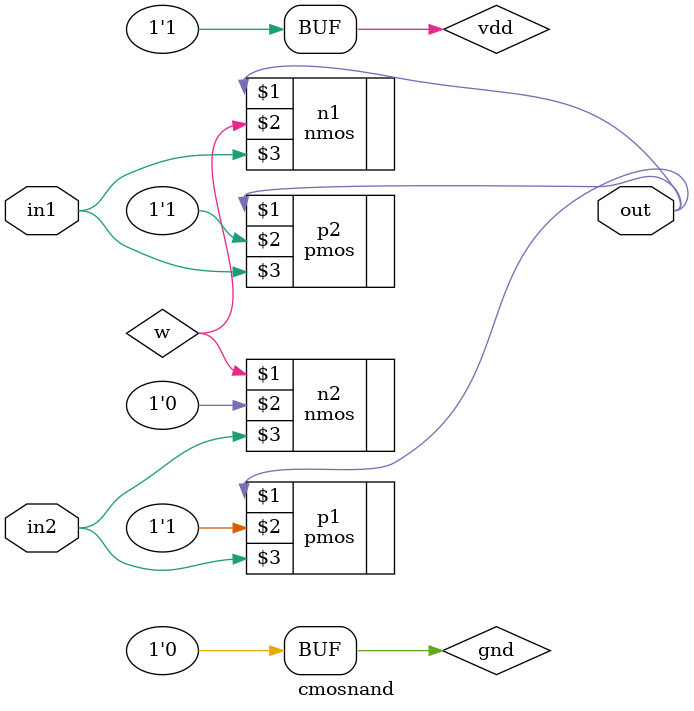
<source format=v>
`timescale 1ns / 1ps


module cmosnand(output out, input in1, in2);
supply0 gnd;
supply1 vdd;
wire w;

    //Logic
    pmos p1(out,vdd,in2);
    pmos p2(out,vdd,in1);
    
    nmos n1(out,w,in1);
    nmos n2(w,gnd,in2);
        
endmodule

</source>
